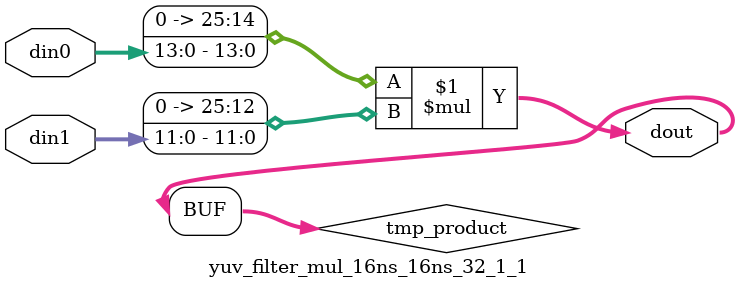
<source format=v>

`timescale 1 ns / 1 ps

 module yuv_filter_mul_16ns_16ns_32_1_1(din0, din1, dout);
parameter ID = 1;
parameter NUM_STAGE = 0;
parameter din0_WIDTH = 14;
parameter din1_WIDTH = 12;
parameter dout_WIDTH = 26;

input [din0_WIDTH - 1 : 0] din0; 
input [din1_WIDTH - 1 : 0] din1; 
output [dout_WIDTH - 1 : 0] dout;

wire signed [dout_WIDTH - 1 : 0] tmp_product;
























assign tmp_product = $signed({1'b0, din0}) * $signed({1'b0, din1});











assign dout = tmp_product;





















endmodule

</source>
